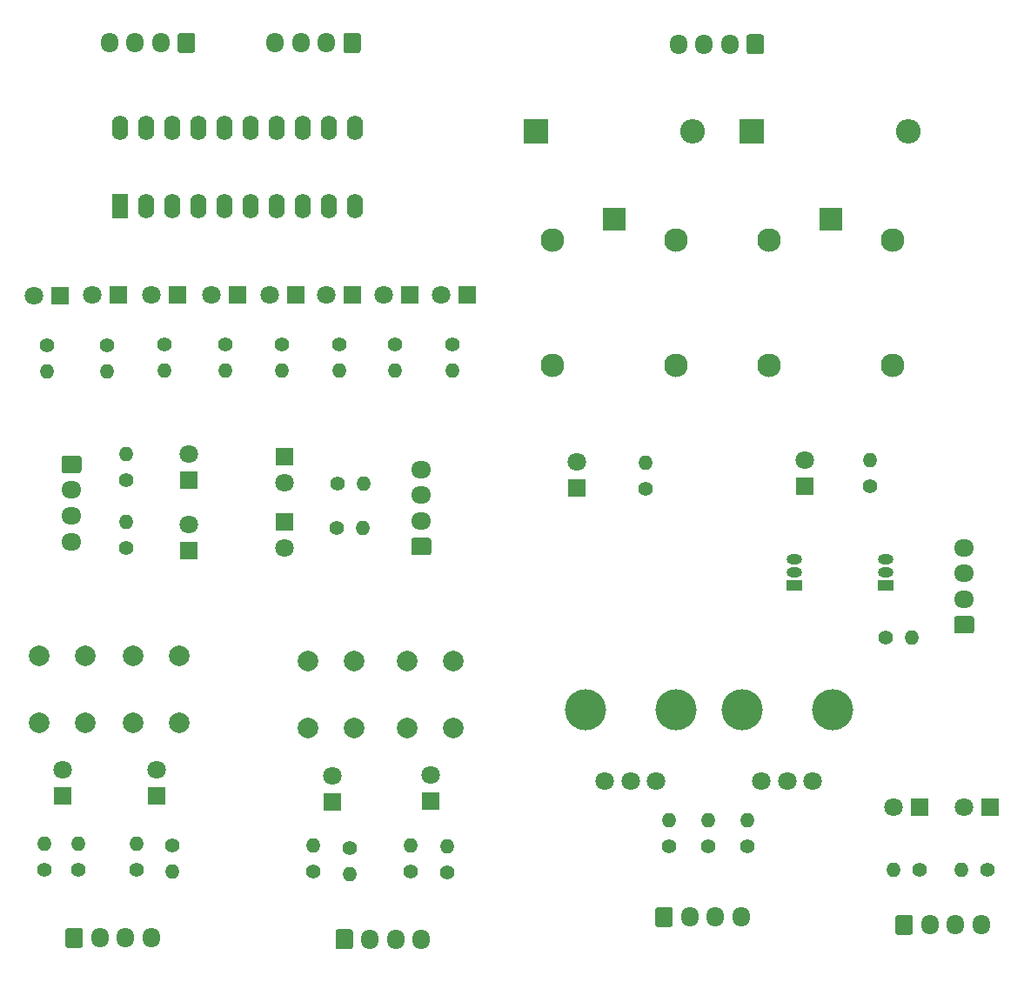
<source format=gbr>
%TF.GenerationSoftware,KiCad,Pcbnew,5.1.10-88a1d61d58~90~ubuntu20.04.1*%
%TF.CreationDate,2022-01-17T01:09:50+00:00*%
%TF.ProjectId,testing_board,74657374-696e-4675-9f62-6f6172642e6b,rev?*%
%TF.SameCoordinates,Original*%
%TF.FileFunction,Soldermask,Bot*%
%TF.FilePolarity,Negative*%
%FSLAX46Y46*%
G04 Gerber Fmt 4.6, Leading zero omitted, Abs format (unit mm)*
G04 Created by KiCad (PCBNEW 5.1.10-88a1d61d58~90~ubuntu20.04.1) date 2022-01-17 01:09:50*
%MOMM*%
%LPD*%
G01*
G04 APERTURE LIST*
%ADD10O,1.700000X1.950000*%
%ADD11C,1.800000*%
%ADD12R,1.800000X1.800000*%
%ADD13O,1.950000X1.700000*%
%ADD14C,1.400000*%
%ADD15O,1.400000X1.400000*%
%ADD16C,4.000000*%
%ADD17C,2.000000*%
%ADD18O,1.500000X1.000000*%
%ADD19R,1.500000X1.000000*%
%ADD20R,2.400000X2.400000*%
%ADD21O,2.400000X2.400000*%
%ADD22R,2.300000X2.300000*%
%ADD23C,2.300000*%
%ADD24R,1.600000X2.400000*%
%ADD25O,1.600000X2.400000*%
G04 APERTURE END LIST*
D10*
%TO.C,J8*%
X43046000Y-88773000D03*
X45546000Y-88773000D03*
X48046000Y-88773000D03*
G36*
G01*
X51396000Y-88048000D02*
X51396000Y-89498000D01*
G75*
G02*
X51146000Y-89748000I-250000J0D01*
G01*
X49946000Y-89748000D01*
G75*
G02*
X49696000Y-89498000I0J250000D01*
G01*
X49696000Y-88048000D01*
G75*
G02*
X49946000Y-87798000I250000J0D01*
G01*
X51146000Y-87798000D01*
G75*
G02*
X51396000Y-88048000I0J-250000D01*
G01*
G37*
%TD*%
D11*
%TO.C,D1*%
X58166000Y-160020000D03*
D12*
X58166000Y-162560000D03*
%TD*%
%TO.C,D2*%
X48641000Y-162687000D03*
D11*
X48641000Y-160147000D03*
%TD*%
D12*
%TO.C,D3*%
X31496000Y-162052000D03*
D11*
X31496000Y-159512000D03*
%TD*%
D12*
%TO.C,D4*%
X105791000Y-163195000D03*
D11*
X103251000Y-163195000D03*
%TD*%
%TO.C,D5*%
X110109000Y-163195000D03*
D12*
X112649000Y-163195000D03*
%TD*%
D11*
%TO.C,D6*%
X34671000Y-128778000D03*
D12*
X34671000Y-131318000D03*
%TD*%
%TO.C,D7*%
X34671000Y-138176000D03*
D11*
X34671000Y-135636000D03*
%TD*%
D12*
%TO.C,D8*%
X22352000Y-162052000D03*
D11*
X22352000Y-159512000D03*
%TD*%
%TO.C,D9*%
X36830000Y-113284000D03*
D12*
X39370000Y-113284000D03*
%TD*%
D11*
%TO.C,D10*%
X30988000Y-113284000D03*
D12*
X33528000Y-113284000D03*
%TD*%
D11*
%TO.C,D11*%
X25273000Y-113284000D03*
D12*
X27813000Y-113284000D03*
%TD*%
%TO.C,D12*%
X22098000Y-113411000D03*
D11*
X19558000Y-113411000D03*
%TD*%
%TO.C,D13*%
X43942000Y-137922000D03*
D12*
X43942000Y-135382000D03*
%TD*%
%TO.C,D14*%
X43942000Y-129032000D03*
D11*
X43942000Y-131572000D03*
%TD*%
%TO.C,D15*%
X59182000Y-113284000D03*
D12*
X61722000Y-113284000D03*
%TD*%
%TO.C,D16*%
X56134000Y-113284000D03*
D11*
X53594000Y-113284000D03*
%TD*%
%TO.C,D17*%
X48006000Y-113284000D03*
D12*
X50546000Y-113284000D03*
%TD*%
%TO.C,D18*%
X45085000Y-113284000D03*
D11*
X42545000Y-113284000D03*
%TD*%
%TO.C,J1*%
G36*
G01*
X48934000Y-176747000D02*
X48934000Y-175297000D01*
G75*
G02*
X49184000Y-175047000I250000J0D01*
G01*
X50384000Y-175047000D01*
G75*
G02*
X50634000Y-175297000I0J-250000D01*
G01*
X50634000Y-176747000D01*
G75*
G02*
X50384000Y-176997000I-250000J0D01*
G01*
X49184000Y-176997000D01*
G75*
G02*
X48934000Y-176747000I0J250000D01*
G01*
G37*
D10*
X52284000Y-176022000D03*
X54784000Y-176022000D03*
X57284000Y-176022000D03*
%TD*%
%TO.C,J2*%
X30995000Y-175895000D03*
X28495000Y-175895000D03*
X25995000Y-175895000D03*
G36*
G01*
X22645000Y-176620000D02*
X22645000Y-175170000D01*
G75*
G02*
X22895000Y-174920000I250000J0D01*
G01*
X24095000Y-174920000D01*
G75*
G02*
X24345000Y-175170000I0J-250000D01*
G01*
X24345000Y-176620000D01*
G75*
G02*
X24095000Y-176870000I-250000J0D01*
G01*
X22895000Y-176870000D01*
G75*
G02*
X22645000Y-176620000I0J250000D01*
G01*
G37*
%TD*%
%TO.C,J3*%
X111767000Y-174625000D03*
X109267000Y-174625000D03*
X106767000Y-174625000D03*
G36*
G01*
X103417000Y-175350000D02*
X103417000Y-173900000D01*
G75*
G02*
X103667000Y-173650000I250000J0D01*
G01*
X104867000Y-173650000D01*
G75*
G02*
X105117000Y-173900000I0J-250000D01*
G01*
X105117000Y-175350000D01*
G75*
G02*
X104867000Y-175600000I-250000J0D01*
G01*
X103667000Y-175600000D01*
G75*
G02*
X103417000Y-175350000I0J250000D01*
G01*
G37*
%TD*%
%TO.C,J4*%
G36*
G01*
X22516000Y-128944000D02*
X23966000Y-128944000D01*
G75*
G02*
X24216000Y-129194000I0J-250000D01*
G01*
X24216000Y-130394000D01*
G75*
G02*
X23966000Y-130644000I-250000J0D01*
G01*
X22516000Y-130644000D01*
G75*
G02*
X22266000Y-130394000I0J250000D01*
G01*
X22266000Y-129194000D01*
G75*
G02*
X22516000Y-128944000I250000J0D01*
G01*
G37*
D13*
X23241000Y-132294000D03*
X23241000Y-134794000D03*
X23241000Y-137294000D03*
%TD*%
%TO.C,J5*%
G36*
G01*
X80049000Y-174588000D02*
X80049000Y-173138000D01*
G75*
G02*
X80299000Y-172888000I250000J0D01*
G01*
X81499000Y-172888000D01*
G75*
G02*
X81749000Y-173138000I0J-250000D01*
G01*
X81749000Y-174588000D01*
G75*
G02*
X81499000Y-174838000I-250000J0D01*
G01*
X80299000Y-174838000D01*
G75*
G02*
X80049000Y-174588000I0J250000D01*
G01*
G37*
D10*
X83399000Y-173863000D03*
X85899000Y-173863000D03*
X88399000Y-173863000D03*
%TD*%
D14*
%TO.C,R1*%
X59817000Y-169545000D03*
D15*
X59817000Y-167005000D03*
%TD*%
D14*
%TO.C,R2*%
X50292000Y-167132000D03*
D15*
X50292000Y-169672000D03*
%TD*%
%TO.C,R3*%
X33020000Y-169418000D03*
D14*
X33020000Y-166878000D03*
%TD*%
%TO.C,R4*%
X105791000Y-169291000D03*
D15*
X103251000Y-169291000D03*
%TD*%
%TO.C,R5*%
X109855000Y-169291000D03*
D14*
X112395000Y-169291000D03*
%TD*%
%TO.C,R6*%
X28575000Y-131318000D03*
D15*
X28575000Y-128778000D03*
%TD*%
D14*
%TO.C,R7*%
X28575000Y-137922000D03*
D15*
X28575000Y-135382000D03*
%TD*%
%TO.C,R8*%
X56261000Y-166878000D03*
D14*
X56261000Y-169418000D03*
%TD*%
%TO.C,R9*%
X29591000Y-169291000D03*
D15*
X29591000Y-166751000D03*
%TD*%
%TO.C,R10*%
X20574000Y-166751000D03*
D14*
X20574000Y-169291000D03*
%TD*%
D15*
%TO.C,R11*%
X23876000Y-166751000D03*
D14*
X23876000Y-169291000D03*
%TD*%
D15*
%TO.C,R12*%
X46736000Y-166878000D03*
D14*
X46736000Y-169418000D03*
%TD*%
%TO.C,R13*%
X38227000Y-118110000D03*
D15*
X38227000Y-120650000D03*
%TD*%
%TO.C,R14*%
X32258000Y-120650000D03*
D14*
X32258000Y-118110000D03*
%TD*%
%TO.C,R15*%
X26670000Y-118237000D03*
D15*
X26670000Y-120777000D03*
%TD*%
%TO.C,R16*%
X20828000Y-120777000D03*
D14*
X20828000Y-118237000D03*
%TD*%
%TO.C,R17*%
X85217000Y-167005000D03*
D15*
X85217000Y-164465000D03*
%TD*%
D14*
%TO.C,R18*%
X102489000Y-146685000D03*
D15*
X105029000Y-146685000D03*
%TD*%
%TO.C,R19*%
X81407000Y-164465000D03*
D14*
X81407000Y-167005000D03*
%TD*%
%TO.C,R20*%
X79121000Y-132207000D03*
D15*
X79121000Y-129667000D03*
%TD*%
%TO.C,R21*%
X51562000Y-136017000D03*
D14*
X49022000Y-136017000D03*
%TD*%
D15*
%TO.C,R22*%
X60325000Y-120650000D03*
D14*
X60325000Y-118110000D03*
%TD*%
%TO.C,R23*%
X54737000Y-118110000D03*
D15*
X54737000Y-120650000D03*
%TD*%
%TO.C,R24*%
X49276000Y-120650000D03*
D14*
X49276000Y-118110000D03*
%TD*%
%TO.C,R25*%
X43688000Y-118110000D03*
D15*
X43688000Y-120650000D03*
%TD*%
D16*
%TO.C,RV1*%
X97277000Y-153655000D03*
X88477000Y-153655000D03*
D11*
X95377000Y-160655000D03*
X92877000Y-160655000D03*
X90377000Y-160655000D03*
%TD*%
%TO.C,RV2*%
X75137000Y-160655000D03*
X77637000Y-160655000D03*
X80137000Y-160655000D03*
D16*
X73237000Y-153655000D03*
X82037000Y-153655000D03*
%TD*%
D17*
%TO.C,SW1*%
X55880000Y-148948000D03*
X60380000Y-148948000D03*
X55880000Y-155448000D03*
X60380000Y-155448000D03*
%TD*%
%TO.C,SW2*%
X50728000Y-155448000D03*
X46228000Y-155448000D03*
X50728000Y-148948000D03*
X46228000Y-148948000D03*
%TD*%
%TO.C,SW3*%
X33710000Y-154940000D03*
X29210000Y-154940000D03*
X33710000Y-148440000D03*
X29210000Y-148440000D03*
%TD*%
%TO.C,SW4*%
X20066000Y-148440000D03*
X24566000Y-148440000D03*
X20066000Y-154940000D03*
X24566000Y-154940000D03*
%TD*%
D18*
%TO.C,U1*%
X102489000Y-140335000D03*
X102489000Y-139065000D03*
D19*
X102489000Y-141605000D03*
%TD*%
%TO.C,U2*%
X93599000Y-141605000D03*
D18*
X93599000Y-139065000D03*
X93599000Y-140335000D03*
%TD*%
%TO.C,J16*%
G36*
G01*
X110834000Y-146265000D02*
X109384000Y-146265000D01*
G75*
G02*
X109134000Y-146015000I0J250000D01*
G01*
X109134000Y-144815000D01*
G75*
G02*
X109384000Y-144565000I250000J0D01*
G01*
X110834000Y-144565000D01*
G75*
G02*
X111084000Y-144815000I0J-250000D01*
G01*
X111084000Y-146015000D01*
G75*
G02*
X110834000Y-146265000I-250000J0D01*
G01*
G37*
D13*
X110109000Y-142915000D03*
X110109000Y-140415000D03*
X110109000Y-137915000D03*
%TD*%
D14*
%TO.C,R26*%
X89027000Y-167005000D03*
D15*
X89027000Y-164465000D03*
%TD*%
D20*
%TO.C,D19*%
X89408000Y-97409000D03*
D21*
X104648000Y-97409000D03*
%TD*%
%TO.C,D20*%
X83693000Y-97409000D03*
D20*
X68453000Y-97409000D03*
%TD*%
D12*
%TO.C,D21*%
X94615000Y-131953000D03*
D11*
X94615000Y-129413000D03*
%TD*%
%TO.C,D22*%
X72390000Y-129540000D03*
D12*
X72390000Y-132080000D03*
%TD*%
%TO.C,J7*%
G36*
G01*
X35267000Y-88048000D02*
X35267000Y-89498000D01*
G75*
G02*
X35017000Y-89748000I-250000J0D01*
G01*
X33817000Y-89748000D01*
G75*
G02*
X33567000Y-89498000I0J250000D01*
G01*
X33567000Y-88048000D01*
G75*
G02*
X33817000Y-87798000I250000J0D01*
G01*
X35017000Y-87798000D01*
G75*
G02*
X35267000Y-88048000I0J-250000D01*
G01*
G37*
D10*
X31917000Y-88773000D03*
X29417000Y-88773000D03*
X26917000Y-88773000D03*
%TD*%
%TO.C,J9*%
G36*
G01*
X90639000Y-88175000D02*
X90639000Y-89625000D01*
G75*
G02*
X90389000Y-89875000I-250000J0D01*
G01*
X89189000Y-89875000D01*
G75*
G02*
X88939000Y-89625000I0J250000D01*
G01*
X88939000Y-88175000D01*
G75*
G02*
X89189000Y-87925000I250000J0D01*
G01*
X90389000Y-87925000D01*
G75*
G02*
X90639000Y-88175000I0J-250000D01*
G01*
G37*
X87289000Y-88900000D03*
X84789000Y-88900000D03*
X82289000Y-88900000D03*
%TD*%
D14*
%TO.C,R27*%
X49149000Y-131699000D03*
D15*
X51689000Y-131699000D03*
%TD*%
%TO.C,R28*%
X100965000Y-129413000D03*
D14*
X100965000Y-131953000D03*
%TD*%
D22*
%TO.C,RLY1*%
X97155000Y-105918000D03*
D23*
X91155000Y-107918000D03*
X103155000Y-107918000D03*
X91155000Y-120118000D03*
X103155000Y-120118000D03*
%TD*%
%TO.C,RLY2*%
X82073000Y-120118000D03*
X70073000Y-120118000D03*
X82073000Y-107918000D03*
X70073000Y-107918000D03*
D22*
X76073000Y-105918000D03*
%TD*%
D24*
%TO.C,U3*%
X27940000Y-104648000D03*
D25*
X50800000Y-97028000D03*
X30480000Y-104648000D03*
X48260000Y-97028000D03*
X33020000Y-104648000D03*
X45720000Y-97028000D03*
X35560000Y-104648000D03*
X43180000Y-97028000D03*
X38100000Y-104648000D03*
X40640000Y-97028000D03*
X40640000Y-104648000D03*
X38100000Y-97028000D03*
X43180000Y-104648000D03*
X35560000Y-97028000D03*
X45720000Y-104648000D03*
X33020000Y-97028000D03*
X48260000Y-104648000D03*
X30480000Y-97028000D03*
X50800000Y-104648000D03*
X27940000Y-97028000D03*
%TD*%
%TO.C,J6*%
G36*
G01*
X58002000Y-138645000D02*
X56552000Y-138645000D01*
G75*
G02*
X56302000Y-138395000I0J250000D01*
G01*
X56302000Y-137195000D01*
G75*
G02*
X56552000Y-136945000I250000J0D01*
G01*
X58002000Y-136945000D01*
G75*
G02*
X58252000Y-137195000I0J-250000D01*
G01*
X58252000Y-138395000D01*
G75*
G02*
X58002000Y-138645000I-250000J0D01*
G01*
G37*
D13*
X57277000Y-135295000D03*
X57277000Y-132795000D03*
X57277000Y-130295000D03*
%TD*%
M02*

</source>
